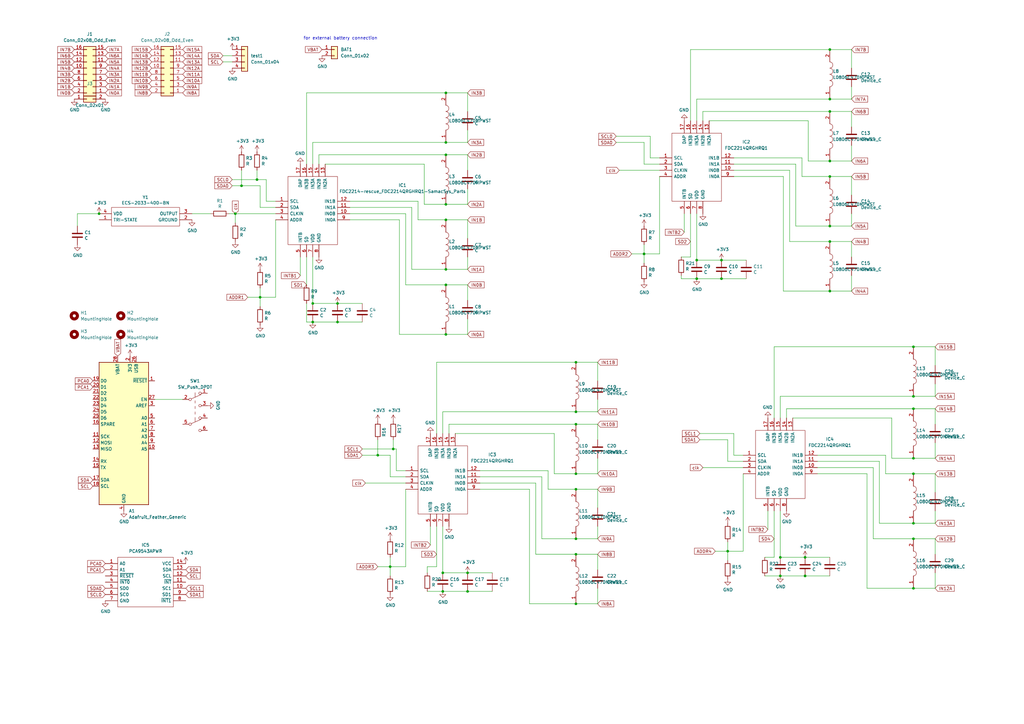
<source format=kicad_sch>
(kicad_sch (version 20211123) (generator eeschema)
  (paper "A3")
  (junction (at 374.65 194.31))
  (junction (at 106.68 121.92))
  (junction (at 285.75 114.3))
  (junction (at 99.06 76.2))
  (junction (at 320.04 236.22))
  (junction (at 298.45 226.06))
  (junction (at 374.65 162.56))
  (junction (at 236.22 148.59))
  (junction (at 340.36 72.39))
  (junction (at 182.88 63.5))
  (junction (at 236.22 247.65))
  (junction (at 182.88 110.49))
  (junction (at 128.27 124.46))
  (junction (at 154.94 186.69))
  (junction (at 340.36 45.72))
  (junction (at 138.43 124.46))
  (junction (at 340.36 119.38))
  (junction (at 374.65 220.98))
  (junction (at 330.2 228.6))
  (junction (at 374.65 241.3))
  (junction (at 236.22 194.31))
  (junction (at 236.22 220.98))
  (junction (at 160.02 232.41))
  (junction (at 340.36 99.06))
  (junction (at 374.65 142.24))
  (junction (at 295.91 106.68))
  (junction (at 330.2 236.22))
  (junction (at 181.61 242.57))
  (junction (at 182.88 116.84))
  (junction (at 128.27 132.08))
  (junction (at 40.64 87.63))
  (junction (at 236.22 227.33))
  (junction (at 105.41 73.66))
  (junction (at 161.29 184.15))
  (junction (at 182.88 38.1))
  (junction (at 236.22 173.99))
  (junction (at 138.43 132.08))
  (junction (at 182.88 90.17))
  (junction (at 285.75 106.68))
  (junction (at 182.88 58.42))
  (junction (at 340.36 66.04))
  (junction (at 191.77 242.57))
  (junction (at 96.52 87.63))
  (junction (at 374.65 167.64))
  (junction (at 191.77 234.95))
  (junction (at 236.22 168.91))
  (junction (at 295.91 114.3))
  (junction (at 374.65 187.96))
  (junction (at 374.65 214.63))
  (junction (at 320.04 228.6))
  (junction (at 236.22 200.66))
  (junction (at 340.36 20.32))
  (junction (at 182.88 137.16))
  (junction (at 340.36 40.64))
  (junction (at 340.36 92.71))
  (junction (at 181.61 234.95))
  (junction (at 264.16 104.14))
  (junction (at 182.88 83.82))
  (wire (pts (xy 349.25 92.71) (xy 349.25 87.63)))
  (wire (pts (xy 176.53 215.9) (xy 176.53 223.52)))
  (wire (pts (xy 270.51 72.39) (xy 270.51 104.14)))
  (wire (pts (xy 236.22 227.33) (xy 245.11 227.33)))
  (wire (pts (xy 287.02 180.34) (xy 298.45 180.34)))
  (wire (pts (xy 125.73 105.41) (xy 125.73 116.84)))
  (wire (pts (xy 186.69 177.8) (xy 227.33 177.8)))
  (wire (pts (xy 290.83 49.53) (xy 331.47 49.53)))
  (wire (pts (xy 182.88 116.84) (xy 191.77 116.84)))
  (wire (pts (xy 349.25 66.04) (xy 349.25 59.69)))
  (wire (pts (xy 340.36 40.64) (xy 349.25 40.64)))
  (wire (pts (xy 304.8 226.06) (xy 298.45 226.06)))
  (wire (pts (xy 331.47 66.04) (xy 340.36 66.04)))
  (wire (pts (xy 166.37 87.63) (xy 166.37 116.84)))
  (wire (pts (xy 113.03 90.17) (xy 113.03 121.92)))
  (wire (pts (xy 191.77 63.5) (xy 191.77 69.85)))
  (wire (pts (xy 288.29 49.53) (xy 288.29 45.72)))
  (wire (pts (xy 252.73 55.88) (xy 266.7 55.88)))
  (wire (pts (xy 166.37 232.41) (xy 160.02 232.41)))
  (wire (pts (xy 374.65 142.24) (xy 383.54 142.24)))
  (wire (pts (xy 264.16 100.33) (xy 264.16 104.14)))
  (wire (pts (xy 285.75 40.64) (xy 340.36 40.64)))
  (wire (pts (xy 322.58 171.45) (xy 322.58 167.64)))
  (wire (pts (xy 314.96 209.55) (xy 314.96 217.17)))
  (wire (pts (xy 300.99 67.31) (xy 326.39 67.31)))
  (wire (pts (xy 335.28 186.69) (xy 363.22 186.69)))
  (wire (pts (xy 365.76 171.45) (xy 365.76 187.96)))
  (wire (pts (xy 109.22 73.66) (xy 105.41 73.66)))
  (wire (pts (xy 179.07 177.8) (xy 179.07 148.59)))
  (wire (pts (xy 224.79 200.66) (xy 236.22 200.66)))
  (wire (pts (xy 171.45 90.17) (xy 182.88 90.17)))
  (wire (pts (xy 245.11 247.65) (xy 245.11 241.3)))
  (wire (pts (xy 123.19 105.41) (xy 123.19 113.03)))
  (wire (pts (xy 358.14 191.77) (xy 358.14 220.98)))
  (wire (pts (xy 340.36 45.72) (xy 349.25 45.72)))
  (wire (pts (xy 349.25 119.38) (xy 349.25 113.03)))
  (wire (pts (xy 279.4 105.41) (xy 283.21 105.41)))
  (wire (pts (xy 163.83 137.16) (xy 182.88 137.16)))
  (wire (pts (xy 321.31 119.38) (xy 340.36 119.38)))
  (wire (pts (xy 270.51 104.14) (xy 264.16 104.14)))
  (wire (pts (xy 300.99 72.39) (xy 321.31 72.39)))
  (wire (pts (xy 182.88 90.17) (xy 191.77 90.17)))
  (wire (pts (xy 106.68 125.73) (xy 106.68 121.92)))
  (wire (pts (xy 181.61 177.8) (xy 181.61 168.91)))
  (wire (pts (xy 323.85 69.85) (xy 323.85 99.06)))
  (wire (pts (xy 313.69 236.22) (xy 320.04 236.22)))
  (wire (pts (xy 143.51 87.63) (xy 166.37 87.63)))
  (wire (pts (xy 105.41 69.85) (xy 105.41 73.66)))
  (wire (pts (xy 128.27 58.42) (xy 182.88 58.42)))
  (wire (pts (xy 365.76 187.96) (xy 374.65 187.96)))
  (wire (pts (xy 171.45 82.55) (xy 171.45 90.17)))
  (wire (pts (xy 191.77 58.42) (xy 191.77 53.34)))
  (wire (pts (xy 182.88 110.49) (xy 191.77 110.49)))
  (wire (pts (xy 283.21 20.32) (xy 340.36 20.32)))
  (wire (pts (xy 173.99 67.31) (xy 173.99 83.82)))
  (wire (pts (xy 113.03 85.09) (xy 106.68 85.09)))
  (wire (pts (xy 236.22 168.91) (xy 245.11 168.91)))
  (wire (pts (xy 317.5 171.45) (xy 317.5 142.24)))
  (wire (pts (xy 182.88 58.42) (xy 191.77 58.42)))
  (wire (pts (xy 245.11 173.99) (xy 245.11 180.34)))
  (wire (pts (xy 227.33 194.31) (xy 236.22 194.31)))
  (wire (pts (xy 133.35 67.31) (xy 173.99 67.31)))
  (wire (pts (xy 113.03 82.55) (xy 109.22 82.55)))
  (wire (pts (xy 349.25 40.64) (xy 349.25 35.56)))
  (wire (pts (xy 31.75 92.71) (xy 31.75 87.63)))
  (wire (pts (xy 320.04 236.22) (xy 330.2 236.22)))
  (wire (pts (xy 191.77 116.84) (xy 191.77 123.19)))
  (wire (pts (xy 295.91 114.3) (xy 306.07 114.3)))
  (wire (pts (xy 217.17 247.65) (xy 236.22 247.65)))
  (wire (pts (xy 99.06 76.2) (xy 95.25 76.2)))
  (wire (pts (xy 306.07 106.68) (xy 295.91 106.68)))
  (wire (pts (xy 222.25 220.98) (xy 236.22 220.98)))
  (wire (pts (xy 349.25 99.06) (xy 349.25 105.41)))
  (wire (pts (xy 266.7 64.77) (xy 266.7 55.88)))
  (wire (pts (xy 160.02 232.41) (xy 154.94 232.41)))
  (wire (pts (xy 252.73 58.42) (xy 264.16 58.42)))
  (wire (pts (xy 328.93 64.77) (xy 328.93 72.39)))
  (wire (pts (xy 105.41 73.66) (xy 95.25 73.66)))
  (wire (pts (xy 245.11 148.59) (xy 245.11 156.21)))
  (wire (pts (xy 254 69.85) (xy 270.51 69.85)))
  (wire (pts (xy 313.69 228.6) (xy 317.5 228.6)))
  (wire (pts (xy 363.22 186.69) (xy 363.22 194.31)))
  (wire (pts (xy 162.56 193.04) (xy 162.56 184.15)))
  (wire (pts (xy 264.16 67.31) (xy 264.16 58.42)))
  (wire (pts (xy 86.36 87.63) (xy 78.74 87.63)))
  (wire (pts (xy 227.33 177.8) (xy 227.33 194.31)))
  (wire (pts (xy 283.21 49.53) (xy 283.21 20.32)))
  (wire (pts (xy 168.91 110.49) (xy 182.88 110.49)))
  (wire (pts (xy 322.58 167.64) (xy 374.65 167.64)))
  (wire (pts (xy 160.02 236.22) (xy 160.02 232.41)))
  (wire (pts (xy 181.61 215.9) (xy 181.61 234.95)))
  (wire (pts (xy 270.51 64.77) (xy 266.7 64.77)))
  (wire (pts (xy 222.25 195.58) (xy 222.25 220.98)))
  (wire (pts (xy 317.5 209.55) (xy 317.5 228.6)))
  (wire (pts (xy 168.91 85.09) (xy 168.91 110.49)))
  (wire (pts (xy 128.27 67.31) (xy 128.27 58.42)))
  (wire (pts (xy 236.22 220.98) (xy 245.11 220.98)))
  (wire (pts (xy 96.52 91.44) (xy 96.52 87.63)))
  (wire (pts (xy 166.37 195.58) (xy 160.02 195.58)))
  (wire (pts (xy 355.6 194.31) (xy 355.6 241.3)))
  (wire (pts (xy 326.39 92.71) (xy 340.36 92.71)))
  (wire (pts (xy 236.22 173.99) (xy 245.11 173.99)))
  (wire (pts (xy 236.22 148.59) (xy 245.11 148.59)))
  (wire (pts (xy 93.98 87.63) (xy 96.52 87.63)))
  (wire (pts (xy 383.54 142.24) (xy 383.54 149.86)))
  (wire (pts (xy 113.03 121.92) (xy 106.68 121.92)))
  (wire (pts (xy 288.29 191.77) (xy 304.8 191.77)))
  (wire (pts (xy 96.52 87.63) (xy 113.03 87.63)))
  (wire (pts (xy 321.31 72.39) (xy 321.31 119.38)))
  (wire (pts (xy 304.8 194.31) (xy 304.8 226.06)))
  (wire (pts (xy 288.29 45.72) (xy 340.36 45.72)))
  (wire (pts (xy 224.79 193.04) (xy 224.79 200.66)))
  (wire (pts (xy 160.02 195.58) (xy 160.02 186.69)))
  (wire (pts (xy 161.29 180.34) (xy 161.29 184.15)))
  (wire (pts (xy 236.22 194.31) (xy 245.11 194.31)))
  (wire (pts (xy 182.88 63.5) (xy 191.77 63.5)))
  (wire (pts (xy 285.75 49.53) (xy 285.75 40.64)))
  (wire (pts (xy 340.36 66.04) (xy 349.25 66.04)))
  (wire (pts (xy 99.06 69.85) (xy 99.06 76.2)))
  (wire (pts (xy 130.81 67.31) (xy 130.81 63.5)))
  (wire (pts (xy 130.81 63.5) (xy 182.88 63.5)))
  (wire (pts (xy 161.29 184.15) (xy 162.56 184.15)))
  (wire (pts (xy 173.99 83.82) (xy 182.88 83.82)))
  (wire (pts (xy 191.77 38.1) (xy 191.77 45.72)))
  (wire (pts (xy 374.65 214.63) (xy 383.54 214.63)))
  (wire (pts (xy 335.28 189.23) (xy 360.68 189.23)))
  (wire (pts (xy 236.22 200.66) (xy 245.11 200.66)))
  (wire (pts (xy 166.37 116.84) (xy 182.88 116.84)))
  (wire (pts (xy 191.77 234.95) (xy 181.61 234.95)))
  (wire (pts (xy 374.65 220.98) (xy 383.54 220.98)))
  (wire (pts (xy 181.61 242.57) (xy 191.77 242.57)))
  (wire (pts (xy 143.51 82.55) (xy 171.45 82.55)))
  (wire (pts (xy 285.75 87.63) (xy 285.75 106.68)))
  (wire (pts (xy 304.8 186.69) (xy 300.99 186.69)))
  (wire (pts (xy 287.02 177.8) (xy 300.99 177.8)))
  (wire (pts (xy 383.54 241.3) (xy 383.54 234.95)))
  (wire (pts (xy 245.11 208.28) (xy 245.11 200.66)))
  (wire (pts (xy 128.27 105.41) (xy 128.27 124.46)))
  (wire (pts (xy 143.51 90.17) (xy 163.83 90.17)))
  (wire (pts (xy 340.36 72.39) (xy 349.25 72.39)))
  (wire (pts (xy 219.71 198.12) (xy 219.71 227.33)))
  (wire (pts (xy 191.77 242.57) (xy 201.93 242.57)))
  (wire (pts (xy 219.71 227.33) (xy 236.22 227.33)))
  (wire (pts (xy 125.73 124.46) (xy 125.73 132.08)))
  (wire (pts (xy 149.86 198.12) (xy 166.37 198.12)))
  (wire (pts (xy 179.07 215.9) (xy 179.07 232.41)))
  (wire (pts (xy 335.28 191.77) (xy 358.14 191.77)))
  (wire (pts (xy 179.07 148.59) (xy 236.22 148.59)))
  (wire (pts (xy 304.8 189.23) (xy 298.45 189.23)))
  (wire (pts (xy 106.68 76.2) (xy 99.06 76.2)))
  (wire (pts (xy 191.77 83.82) (xy 191.77 77.47)))
  (wire (pts (xy 143.51 85.09) (xy 168.91 85.09)))
  (wire (pts (xy 349.25 80.01) (xy 349.25 72.39)))
  (wire (pts (xy 298.45 229.87) (xy 298.45 226.06)))
  (wire (pts (xy 320.04 209.55) (xy 320.04 228.6)))
  (wire (pts (xy 125.73 67.31) (xy 125.73 38.1)))
  (wire (pts (xy 323.85 99.06) (xy 340.36 99.06)))
  (wire (pts (xy 360.68 189.23) (xy 360.68 214.63)))
  (wire (pts (xy 330.2 228.6) (xy 320.04 228.6)))
  (wire (pts (xy 63.5 163.83) (xy 74.93 163.83)))
  (wire (pts (xy 154.94 180.34) (xy 154.94 186.69)))
  (wire (pts (xy 191.77 110.49) (xy 191.77 105.41)))
  (wire (pts (xy 106.68 121.92) (xy 101.6 121.92)))
  (wire (pts (xy 340.36 92.71) (xy 349.25 92.71)))
  (wire (pts (xy 320.04 162.56) (xy 374.65 162.56)))
  (wire (pts (xy 374.65 167.64) (xy 383.54 167.64)))
  (wire (pts (xy 280.67 87.63) (xy 280.67 95.25)))
  (wire (pts (xy 360.68 214.63) (xy 374.65 214.63)))
  (wire (pts (xy 383.54 220.98) (xy 383.54 227.33)))
  (wire (pts (xy 217.17 200.66) (xy 217.17 247.65)))
  (wire (pts (xy 191.77 137.16) (xy 191.77 130.81)))
  (wire (pts (xy 300.99 186.69) (xy 300.99 177.8)))
  (wire (pts (xy 298.45 189.23) (xy 298.45 180.34)))
  (wire (pts (xy 383.54 187.96) (xy 383.54 181.61)))
  (wire (pts (xy 279.4 113.03) (xy 279.4 114.3)))
  (wire (pts (xy 270.51 67.31) (xy 264.16 67.31)))
  (wire (pts (xy 300.99 64.77) (xy 328.93 64.77)))
  (wire (pts (xy 125.73 38.1) (xy 182.88 38.1)))
  (wire (pts (xy 383.54 167.64) (xy 383.54 173.99)))
  (wire (pts (xy 184.15 173.99) (xy 236.22 173.99)))
  (wire (pts (xy 335.28 194.31) (xy 355.6 194.31)))
  (wire (pts (xy 245.11 227.33) (xy 245.11 233.68)))
  (wire (pts (xy 95.25 25.4) (xy 91.44 25.4)))
  (wire (pts (xy 184.15 177.8) (xy 184.15 173.99)))
  (wire (pts (xy 264.16 107.95) (xy 264.16 104.14)))
  (wire (pts (xy 340.36 20.32) (xy 349.25 20.32)))
  (wire (pts (xy 196.85 198.12) (xy 219.71 198.12)))
  (wire (pts (xy 106.68 85.09) (xy 106.68 76.2)))
  (wire (pts (xy 320.04 171.45) (xy 320.04 162.56)))
  (wire (pts (xy 340.36 228.6) (xy 330.2 228.6)))
  (wire (pts (xy 330.2 236.22) (xy 340.36 236.22)))
  (wire (pts (xy 182.88 83.82) (xy 191.77 83.82)))
  (wire (pts (xy 109.22 82.55) (xy 109.22 73.66)))
  (wire (pts (xy 349.25 20.32) (xy 349.25 27.94)))
  (wire (pts (xy 181.61 168.91) (xy 236.22 168.91)))
  (wire (pts (xy 125.73 132.08) (xy 128.27 132.08)))
  (wire (pts (xy 166.37 193.04) (xy 162.56 193.04)))
  (wire (pts (xy 264.16 104.14) (xy 259.08 104.14)))
  (wire (pts (xy 138.43 132.08) (xy 148.59 132.08)))
  (wire (pts (xy 196.85 193.04) (xy 224.79 193.04)))
  (wire (pts (xy 328.93 72.39) (xy 340.36 72.39)))
  (wire (pts (xy 148.59 124.46) (xy 138.43 124.46)))
  (wire (pts (xy 285.75 114.3) (xy 295.91 114.3)))
  (wire (pts (xy 326.39 67.31) (xy 326.39 92.71)))
  (wire (pts (xy 138.43 124.46) (xy 128.27 124.46)))
  (wire (pts (xy 182.88 38.1) (xy 191.77 38.1)))
  (wire (pts (xy 182.88 137.16) (xy 191.77 137.16)))
  (wire (pts (xy 340.36 99.06) (xy 349.25 99.06)))
  (wire (pts (xy 383.54 201.93) (xy 383.54 194.31)))
  (wire (pts (xy 325.12 171.45) (xy 365.76 171.45)))
  (wire (pts (xy 374.65 162.56) (xy 383.54 162.56)))
  (wire (pts (xy 175.26 234.95) (xy 175.26 232.41)))
  (wire (pts (xy 374.65 241.3) (xy 383.54 241.3)))
  (wire (pts (xy 374.65 187.96) (xy 383.54 187.96)))
  (wire (pts (xy 355.6 241.3) (xy 374.65 241.3)))
  (wire (pts (xy 245.11 194.31) (xy 245.11 187.96)))
  (wire (pts (xy 236.22 247.65) (xy 245.11 247.65)))
  (wire (pts (xy 175.26 232.41) (xy 179.07 232.41)))
  (wire (pts (xy 128.27 132.08) (xy 138.43 132.08)))
  (wire (pts (xy 106.68 118.11) (xy 106.68 121.92)))
  (wire (pts (xy 95.25 22.86) (xy 91.44 22.86)))
  (wire (pts (xy 298.45 222.25) (xy 298.45 226.06)))
  (wire (pts (xy 196.85 200.66) (xy 217.17 200.66)))
  (wire (pts (xy 363.22 194.31) (xy 374.65 194.31)))
  (wire (pts (xy 374.65 194.31) (xy 383.54 194.31)))
  (wire (pts (xy 340.36 119.38) (xy 349.25 119.38)))
  (wire (pts (xy 358.14 220.98) (xy 374.65 220.98)))
  (wire (pts (xy 201.93 234.95) (xy 191.77 234.95)))
  (wire (pts (xy 383.54 162.56) (xy 383.54 157.48)))
  (wire (pts (xy 283.21 87.63) (xy 283.21 105.41)))
  (wire (pts (xy 163.83 90.17) (xy 163.83 137.16)))
  (wire (pts (xy 160.02 228.6) (xy 160.02 232.41)))
  (wire (pts (xy 295.91 106.68) (xy 285.75 106.68)))
  (wire (pts (xy 31.75 87.63) (xy 40.64 87.63)))
  (wire (pts (xy 175.26 242.57) (xy 181.61 242.57)))
  (wire (pts (xy 279.4 114.3) (xy 285.75 114.3)))
  (wire (pts (xy 191.77 97.79) (xy 191.77 90.17)))
  (wire (pts (xy 245.11 220.98) (xy 245.11 215.9)))
  (wire (pts (xy 154.94 186.69) (xy 160.02 186.69)))
  (wire (pts (xy 196.85 195.58) (xy 222.25 195.58)))
  (wire (pts (xy 148.59 184.15) (xy 161.29 184.15)))
  (wire (pts (xy 245.11 168.91) (xy 245.11 163.83)))
  (wire (pts (xy 300.99 69.85) (xy 323.85 69.85)))
  (wire (pts (xy 331.47 49.53) (xy 331.47 66.04)))
  (wire (pts (xy 317.5 142.24) (xy 374.65 142.24)))
  (wire (pts (xy 166.37 200.66) (xy 166.37 232.41)))
  (wire (pts (xy 148.59 186.69) (xy 154.94 186.69)))
  (wire (pts (xy 298.45 226.06) (xy 293.37 226.06)))
  (wire (pts (xy 349.25 45.72) (xy 349.25 52.07)))
  (wire (pts (xy 383.54 214.63) (xy 383.54 209.55)))
  (text "for external battery connection" (at 124.46 16.51 0) (effects (font (size 1.27 1.27)) (justify left bottom)))
  (global_label "IN8B" (shape input) (at 245.11 227.33 0) (property "Intersheet References" "${INTERSHEET_REFS}" (effects hide)))
  (global_label "clk" (shape input) (at 254 69.85 180) (property "Intersheet References" "${INTERSHEET_REFS}" (effects hide)))
  (global_label "SDA1" (shape input) (at 287.02 180.34 180) (property "Intersheet References" "${INTERSHEET_REFS}" (effects hide)))
  (global_label "PCA1" (shape input) (at 43.18 233.68 180) (property "Intersheet References" "${INTERSHEET_REFS}" (effects hide)))
  (global_label "IN14A" (shape input) (at 74.93 22.86 0) (property "Intersheet References" "${INTERSHEET_REFS}" (effects hide)))
  (global_label "clk" (shape input) (at 149.86 198.12 180) (property "Intersheet References" "${INTERSHEET_REFS}" (effects hide)))
  (global_label "SCL1" (shape input) (at 76.2 241.3 0) (property "Intersheet References" "${INTERSHEET_REFS}" (effects hide)))
  (global_label "IN1B" (shape input) (at 191.77 90.17 0) (property "Intersheet References" "${INTERSHEET_REFS}" (effects hide)))
  (global_label "IN11A" (shape input) (at 245.11 168.91 0) (property "Intersheet References" "${INTERSHEET_REFS}" (effects hide)))
  (global_label "PCA0" (shape input) (at 43.18 231.14 180) (property "Intersheet References" "${INTERSHEET_REFS}" (effects hide)))
  (global_label "IN9A" (shape input) (at 245.11 220.98 0) (property "Intersheet References" "${INTERSHEET_REFS}" (effects hide)))
  (global_label "INTB1" (shape input) (at 123.19 113.03 180) (property "Intersheet References" "${INTERSHEET_REFS}" (effects hide)))
  (global_label "SD2" (shape input) (at 283.21 99.06 180) (property "Intersheet References" "${INTERSHEET_REFS}" (effects hide)))
  (global_label "IN6A" (shape input) (at 43.18 22.86 0) (property "Intersheet References" "${INTERSHEET_REFS}" (effects hide)))
  (global_label "IN2B" (shape input) (at 191.77 63.5 0) (property "Intersheet References" "${INTERSHEET_REFS}" (effects hide)))
  (global_label "IN3B" (shape input) (at 191.77 38.1 0) (property "Intersheet References" "${INTERSHEET_REFS}" (effects hide)))
  (global_label "SDA" (shape input) (at 76.2 233.68 0) (property "Intersheet References" "${INTERSHEET_REFS}" (effects hide)))
  (global_label "IN3B" (shape input) (at 30.48 30.48 180) (property "Intersheet References" "${INTERSHEET_REFS}" (effects hide)))
  (global_label "SDA1" (shape input) (at 76.2 243.84 0) (property "Intersheet References" "${INTERSHEET_REFS}" (effects hide)))
  (global_label "IN5A" (shape input) (at 43.18 25.4 0) (property "Intersheet References" "${INTERSHEET_REFS}" (effects hide)))
  (global_label "IN4B" (shape input) (at 30.48 27.94 180) (property "Intersheet References" "${INTERSHEET_REFS}" (effects hide)))
  (global_label "IN12B" (shape input) (at 383.54 220.98 0) (property "Intersheet References" "${INTERSHEET_REFS}" (effects hide)))
  (global_label "IN7B" (shape input) (at 349.25 20.32 0) (property "Intersheet References" "${INTERSHEET_REFS}" (effects hide)))
  (global_label "IN4B" (shape input) (at 349.25 99.06 0) (property "Intersheet References" "${INTERSHEET_REFS}" (effects hide)))
  (global_label "IN14A" (shape input) (at 383.54 187.96 0) (property "Intersheet References" "${INTERSHEET_REFS}" (effects hide)))
  (global_label "IN7B" (shape input) (at 30.48 20.32 180) (property "Intersheet References" "${INTERSHEET_REFS}" (effects hide)))
  (global_label "SDA" (shape input) (at 91.44 22.86 180) (property "Intersheet References" "${INTERSHEET_REFS}" (effects hide)))
  (global_label "IN0A" (shape input) (at 43.18 38.1 0) (property "Intersheet References" "${INTERSHEET_REFS}" (effects hide)))
  (global_label "IN3A" (shape input) (at 43.18 30.48 0) (property "Intersheet References" "${INTERSHEET_REFS}" (effects hide)))
  (global_label "IN13B" (shape input) (at 383.54 194.31 0) (property "Intersheet References" "${INTERSHEET_REFS}" (effects hide)))
  (global_label "ADDR4" (shape input) (at 293.37 226.06 180) (property "Intersheet References" "${INTERSHEET_REFS}" (effects hide)))
  (global_label "IN2A" (shape input) (at 43.18 33.02 0) (property "Intersheet References" "${INTERSHEET_REFS}" (effects hide)))
  (global_label "SCL0" (shape input) (at 95.25 73.66 180) (property "Intersheet References" "${INTERSHEET_REFS}" (effects hide)))
  (global_label "SCL0" (shape input) (at 252.73 55.88 180) (property "Intersheet References" "${INTERSHEET_REFS}" (effects hide)))
  (global_label "IN10A" (shape input) (at 74.93 33.02 0) (property "Intersheet References" "${INTERSHEET_REFS}" (effects hide)))
  (global_label "IN15A" (shape input) (at 74.93 20.32 0) (property "Intersheet References" "${INTERSHEET_REFS}" (effects hide)))
  (global_label "IN9B" (shape input) (at 62.23 35.56 180) (property "Intersheet References" "${INTERSHEET_REFS}" (effects hide)))
  (global_label "IN3A" (shape input) (at 191.77 58.42 0) (property "Intersheet References" "${INTERSHEET_REFS}" (effects hide)))
  (global_label "clk" (shape input) (at 96.52 87.63 90) (property "Intersheet References" "${INTERSHEET_REFS}" (effects hide)))
  (global_label "SD1" (shape input) (at 125.73 116.84 180) (property "Intersheet References" "${INTERSHEET_REFS}" (effects hide)))
  (global_label "ADDR1" (shape input) (at 101.6 121.92 180) (property "Intersheet References" "${INTERSHEET_REFS}" (effects hide)))
  (global_label "IN5A" (shape input) (at 349.25 92.71 0) (property "Intersheet References" "${INTERSHEET_REFS}" (effects hide)))
  (global_label "IN12A" (shape input) (at 383.54 241.3 0) (property "Intersheet References" "${INTERSHEET_REFS}" (effects hide)))
  (global_label "PCA1" (shape input) (at 38.1 158.75 180) (property "Intersheet References" "${INTERSHEET_REFS}" (effects hide)))
  (global_label "IN4A" (shape input) (at 349.25 119.38 0) (property "Intersheet References" "${INTERSHEET_REFS}" (effects hide)))
  (global_label "IN0A" (shape input) (at 191.77 137.16 0) (property "Intersheet References" "${INTERSHEET_REFS}" (effects hide)))
  (global_label "SD4" (shape input) (at 317.5 220.98 180) (property "Intersheet References" "${INTERSHEET_REFS}" (effects hide)))
  (global_label "SDA1" (shape input) (at 148.59 186.69 180) (property "Intersheet References" "${INTERSHEET_REFS}" (effects hide)))
  (global_label "IN15A" (shape input) (at 383.54 162.56 0) (property "Intersheet References" "${INTERSHEET_REFS}" (effects hide)))
  (global_label "SDA" (shape input) (at 38.1 196.85 180) (property "Intersheet References" "${INTERSHEET_REFS}" (effects hide)))
  (global_label "IN12B" (shape input) (at 62.23 27.94 180) (property "Intersheet References" "${INTERSHEET_REFS}" (effects hide)))
  (global_label "SDA0" (shape input) (at 95.25 76.2 180) (property "Intersheet References" "${INTERSHEET_REFS}" (effects hide)))
  (global_label "SCL" (shape input) (at 91.44 25.4 180) (property "Intersheet References" "${INTERSHEET_REFS}" (effects hide)))
  (global_label "IN1A" (shape input) (at 43.18 35.56 0) (property "Intersheet References" "${INTERSHEET_REFS}" (effects hide)))
  (global_label "SCL" (shape input) (at 76.2 236.22 0) (property "Intersheet References" "${INTERSHEET_REFS}" (effects hide)))
  (global_label "IN15B" (shape input) (at 62.23 20.32 180) (property "Intersheet References" "${INTERSHEET_REFS}" (effects hide)))
  (global_label "SDA0" (shape input) (at 252.73 58.42 180) (property "Intersheet References" "${INTERSHEET_REFS}" (effects hide)))
  (global_label "IN6B" (shape input) (at 30.48 22.86 180) (property "Intersheet References" "${INTERSHEET_REFS}" (effects hide)))
  (global_label "IN11A" (shape input) (at 74.93 30.48 0) (property "Intersheet References" "${INTERSHEET_REFS}" (effects hide)))
  (global_label "IN8B" (shape input) (at 62.23 38.1 180) (property "Intersheet References" "${INTERSHEET_REFS}" (effects hide)))
  (global_label "IN7A" (shape input) (at 43.18 20.32 0) (property "Intersheet References" "${INTERSHEET_REFS}" (effects hide)))
  (global_label "IN13A" (shape input) (at 74.93 25.4 0) (property "Intersheet References" "${INTERSHEET_REFS}" (effects hide)))
  (global_label "IN14B" (shape input) (at 62.23 22.86 180) (property "Intersheet References" "${INTERSHEET_REFS}" (effects hide)))
  (global_label "IN1A" (shape input) (at 191.77 110.49 0) (property "Intersheet References" "${INTERSHEET_REFS}" (effects hide)))
  (global_label "clk" (shape input) (at 288.29 191.77 180) (property "Intersheet References" "${INTERSHEET_REFS}" (effects hide)))
  (global_label "IN10B" (shape input) (at 62.23 33.02 180) (property "Intersheet References" "${INTERSHEET_REFS}" (effects hide)))
  (global_label "IN13B" (shape input) (at 62.23 25.4 180) (property "Intersheet References" "${INTERSHEET_REFS}" (effects hide)))
  (global_label "IN9A" (shape input) (at 74.93 35.56 0) (property "Intersheet References" "${INTERSHEET_REFS}" (effects hide)))
  (global_label "VBAT" (shape input) (at 48.26 146.05 90) (property "Intersheet References" "${INTERSHEET_REFS}" (effects hide)))
  (global_label "IN15B" (shape input) (at 383.54 142.24 0) (property "Intersheet References" "${INTERSHEET_REFS}" (effects hide)))
  (global_label "SCL" (shape input) (at 38.1 199.39 180) (property "Intersheet References" "${INTERSHEET_REFS}" (effects hide)))
  (global_label "INTB2" (shape input) (at 314.96 217.17 180) (property "Intersheet References" "${INTERSHEET_REFS}" (effects hide)))
  (global_label "IN5B" (shape input) (at 349.25 72.39 0) (property "Intersheet References" "${INTERSHEET_REFS}" (effects hide)))
  (global_label "IN6A" (shape input) (at 349.25 66.04 0) (property "Intersheet References" "${INTERSHEET_REFS}" (effects hide)))
  (global_label "SCL1" (shape input) (at 287.02 177.8 180) (property "Intersheet References" "${INTERSHEET_REFS}" (effects hide)))
  (global_label "IN7A" (shape input) (at 349.25 40.64 0) (property "Intersheet References" "${INTERSHEET_REFS}" (effects hide)))
  (global_label "IN2B" (shape input) (at 30.48 33.02 180) (property "Intersheet References" "${INTERSHEET_REFS}" (effects hide)))
  (global_label "IN8A" (shape input) (at 245.11 247.65 0) (property "Intersheet References" "${INTERSHEET_REFS}" (effects hide)))
  (global_label "IN9B" (shape input) (at 245.11 200.66 0) (property "Intersheet References" "${INTERSHEET_REFS}" (effects hide)))
  (global_label "IN0B" (shape input) (at 30.48 38.1 180) (property "Intersheet References" "${INTERSHEET_REFS}" (effects hide)))
  (global_label "IN4A" (shape input) (at 43.18 27.94 0) (property "Intersheet References" "${INTERSHEET_REFS}" (effects hide)))
  (global_label "IN2A" (shape input) (at 191.77 83.82 0) (property "Intersheet References" "${INTERSHEET_REFS}" (effects hide)))
  (global_label "IN0B" (shape input) (at 191.77 116.84 0) (property "Intersheet References" "${INTERSHEET_REFS}" (effects hide)))
  (global_label "INTB2" (shape input) (at 176.53 223.52 180) (property "Intersheet References" "${INTERSHEET_REFS}" (effects hide)))
  (global_label "IN6B" (shape input) (at 349.25 45.72 0) (property "Intersheet References" "${INTERSHEET_REFS}" (effects hide)))
  (global_label "IN10A" (shape input) (at 245.11 194.31 0) (property "Intersheet References" "${INTERSHEET_REFS}" (effects hide)))
  (global_label "IN10B" (shape input) (at 245.11 173.99 0) (property "Intersheet References" "${INTERSHEET_REFS}" (effects hide)))
  (global_label "SCL1" (shape input) (at 148.59 184.15 180) (property "Intersheet References" "${INTERSHEET_REFS}" (effects hide)))
  (global_label "IN13A" (shape input) (at 383.54 214.63 0) (property "Intersheet References" "${INTERSHEET_REFS}" (effects hide)))
  (global_label "IN1B" (shape input) (at 30.48 35.56 180) (property "Intersheet References" "${INTERSHEET_REFS}" (effects hide)))
  (global_label "IN8A" (shape input) (at 74.93 38.1 0) (property "Intersheet References" "${INTERSHEET_REFS}" (effects hide)))
  (global_label "VBAT" (shape input) (at 132.08 20.32 180) (property "Intersheet References" "${INTERSHEET_REFS}" (effects hide)))
  (global_label "IN11B" (shape input) (at 245.11 148.59 0) (property "Intersheet References" "${INTERSHEET_REFS}" (effects hide)))
  (global_label "IN14B" (shape input) (at 383.54 167.64 0) (property "Intersheet References" "${INTERSHEET_REFS}" (effects hide)))
  (global_label "ADDR2" (shape input) (at 259.08 104.14 180) (property "Intersheet References" "${INTERSHEET_REFS}" (effects hide)))
  (global_label "INTB2" (shape input) (at 280.67 95.25 180) (property "Intersheet References" "${INTERSHEET_REFS}" (effects hide)))
  (global_label "SDA0" (shape input) (at 43.18 241.3 180) (property "Intersheet References" "${INTERSHEET_REFS}" (effects hide)))
  (global_label "IN11B" (shape input) (at 62.23 30.48 180) (property "Intersheet References" "${INTERSHEET_REFS}" (effects hide)))
  (global_label "IN12A" (shape input) (at 74.93 27.94 0) (property "Intersheet References" "${INTERSHEET_REFS}" (effects hide)))
  (global_label "ADDR3" (shape input) (at 154.94 232.41 180) (property "Intersheet References" "${INTERSHEET_REFS}" (effects hide)))
  (global_label "PCA0" (shape input) (at 38.1 156.21 180) (property "Intersheet References" "${INTERSHEET_REFS}" (effects hide)))
  (global_label "SD3" (shape input) (at 179.07 227.33 180) (property "Intersheet References" "${INTERSHEET_REFS}" (effects hide)))
  (global_label "SCL0" (shape input) (at 43.18 243.84 180) (property "Intersheet References" "${INTERSHEET_REFS}" (effects hide)))
  (global_label "IN5B" (shape input) (at 30.48 25.4 180) (property "Intersheet References" "${INTERSHEET_REFS}" (effects hide)))
  (symbol (lib_id "FDC2214:FDC2214-rescue_ECS-2033-400-BN-SamacSys_Parts") (at 40.64 87.63 0) (unit 1)
    (property "Reference" "Y1" (at 59.69 80.899 0))
    (property "Value" "ECS-2033-400-BN" (at 59.69 83.2104 0))
    (property "Footprint" "ECS2033400BN" (effects hide))
    (property "Datasheet" "http://www.ecsxtal.com/store/pdf/ecs-2025-2033.pdf" (effects hide))
    (property "Description" "OSC XO 40.000MHZ HCMOS SMD" (effects hide))
    (property "Height" "1" (effects hide))
    (property "Mouser Part Number" "520-2033-400-BN" (effects hide))
    (property "Mouser Price/Stock" "https://www.mouser.co.uk/ProductDetail/ECS/ECS-2033-400-BN?qs=94V4QatVK%252BeDb45AbA6EJA%3D%3D" (effects hide))
    (property "Manufacturer_Name" "ECS" (effects hide))
    (property "Manufacturer_Part_Number" "ECS-2033-400-BN" (effects hide))
  )
  (symbol (lib_id "Device:C") (at 31.75 96.52 0) (unit 1)
    (property "Reference" "C1" (at 34.671 95.3516 0) (effects (justify left)))
    (property "Value" "C" (at 34.671 97.663 0) (effects (justify left)))
    (property "Footprint" "Capacitor_SMD:C_0603_1608Metric" (effects hide))
  )
  (symbol (lib_id "power:+3.3V") (at 40.64 87.63 0) (unit 1)
    (property "Reference" "#PWR0106" (effects hide))
    (property "Value" "+3.3V" (at 41.021 83.2358 0))
  )
  (symbol (lib_id "power:GND") (at 78.74 90.17 0) (unit 1)
    (property "Reference" "#PWR0116" (effects hide))
    (property "Value" "GND" (at 78.867 94.5642 0))
  )
  (symbol (lib_id "power:GND") (at 31.75 100.33 0) (unit 1)
    (property "Reference" "#PWR0115" (effects hide))
    (property "Value" "GND" (at 31.877 104.7242 0))
  )
  (symbol (lib_id "Device:R") (at 96.52 95.25 0) (unit 1)
    (property "Reference" "R2" (at 98.298 94.0816 0) (effects (justify left)))
    (property "Value" "R" (at 98.298 96.393 0) (effects (justify left)))
    (property "Footprint" "Resistor_SMD:R_0603_1608Metric_Pad0.98x0.95mm_HandSolder" (effects hide))
  )
  (symbol (lib_id "Device:R") (at 90.17 87.63 90) (unit 1)
    (property "Reference" "R1" (at 90.17 82.3722 90))
    (property "Value" "R" (at 90.17 84.6836 90))
    (property "Footprint" "Resistor_SMD:R_0603_1608Metric_Pad0.98x0.95mm_HandSolder" (effects hide))
  )
  (symbol (lib_id "power:GND") (at 96.52 99.06 0) (unit 1)
    (property "Reference" "#PWR0114" (effects hide))
    (property "Value" "GND" (at 96.647 103.4542 0))
  )
  (symbol (lib_id "Device:R") (at 106.68 114.3 0) (unit 1)
    (property "Reference" "R5" (at 108.458 113.1316 0) (effects (justify left)))
    (property "Value" "R" (at 108.458 115.443 0) (effects (justify left)))
    (property "Footprint" "Resistor_SMD:R_0603_1608Metric_Pad0.98x0.95mm_HandSolder" (effects hide))
  )
  (symbol (lib_id "Device:R") (at 106.68 129.54 0) (unit 1)
    (property "Reference" "R6" (at 108.458 128.3716 0) (effects (justify left)))
    (property "Value" "R" (at 108.458 130.683 0) (effects (justify left)))
    (property "Footprint" "Resistor_SMD:R_0603_1608Metric_Pad0.98x0.95mm_HandSolder" (effects hide))
  )
  (symbol (lib_id "power:GND") (at 106.68 133.35 0) (unit 1)
    (property "Reference" "#PWR0110" (effects hide))
    (property "Value" "GND" (at 106.807 137.7442 0))
  )
  (symbol (lib_id "power:+3.3V") (at 106.68 110.49 0) (unit 1)
    (property "Reference" "#PWR0111" (effects hide))
    (property "Value" "+3.3V" (at 107.061 106.0958 0))
  )
  (symbol (lib_id "Device:R") (at 99.06 66.04 0) (unit 1)
    (property "Reference" "R3" (at 100.838 64.8716 0) (effects (justify left)))
    (property "Value" "R" (at 100.838 67.183 0) (effects (justify left)))
    (property "Footprint" "Resistor_SMD:R_0603_1608Metric_Pad0.98x0.95mm_HandSolder" (effects hide))
  )
  (symbol (lib_id "Device:R") (at 105.41 66.04 0) (unit 1)
    (property "Reference" "R4" (at 107.188 64.8716 0) (effects (justify left)))
    (property "Value" "R" (at 107.188 67.183 0) (effects (justify left)))
    (property "Footprint" "Resistor_SMD:R_0603_1608Metric_Pad0.98x0.95mm_HandSolder" (effects hide))
  )
  (symbol (lib_id "power:+3.3V") (at 99.06 62.23 0) (unit 1)
    (property "Reference" "#PWR0108" (effects hide))
    (property "Value" "+3.3V" (at 99.441 57.8358 0))
  )
  (symbol (lib_id "power:+3.3V") (at 105.41 62.23 0) (unit 1)
    (property "Reference" "#PWR0107" (effects hide))
    (property "Value" "+3.3V" (at 105.791 57.8358 0))
  )
  (symbol (lib_id "power:GND") (at 130.81 105.41 0) (unit 1)
    (property "Reference" "#PWR0117" (effects hide))
    (property "Value" "GND" (at 130.937 109.8042 0))
  )
  (symbol (lib_id "Device:C") (at 128.27 128.27 0) (unit 1)
    (property "Reference" "C2" (at 131.191 127.1016 0) (effects (justify left)))
    (property "Value" "C" (at 131.191 129.413 0) (effects (justify left)))
    (property "Footprint" "Capacitor_SMD:C_0603_1608Metric" (effects hide))
  )
  (symbol (lib_id "Device:C") (at 138.43 128.27 0) (unit 1)
    (property "Reference" "C3" (at 141.351 127.1016 0) (effects (justify left)))
    (property "Value" "C" (at 141.351 129.413 0) (effects (justify left)))
    (property "Footprint" "Capacitor_SMD:C_0603_1608Metric" (effects hide))
  )
  (symbol (lib_id "Device:C") (at 148.59 128.27 0) (unit 1)
    (property "Reference" "C4" (at 151.511 127.1016 0) (effects (justify left)))
    (property "Value" "C" (at 151.511 129.413 0) (effects (justify left)))
    (property "Footprint" "Capacitor_SMD:C_0603_1608Metric" (effects hide))
  )
  (symbol (lib_id "power:GND") (at 128.27 132.08 0) (unit 1)
    (property "Reference" "#PWR0118" (effects hide))
    (property "Value" "GND" (at 128.397 136.4742 0))
  )
  (symbol (lib_id "power:GND") (at 123.19 67.31 180) (unit 1)
    (property "Reference" "#PWR0101" (effects hide))
    (property "Value" "GND" (at 123.063 62.9158 0))
  )
  (symbol (lib_id "Device:C") (at 191.77 49.53 0) (unit 1)
    (property "Reference" "C5" (at 194.691 48.3616 0) (effects (justify left)))
    (property "Value" "C" (at 194.691 50.673 0) (effects (justify left)))
    (property "Footprint" "Capacitor_SMD:C_0603_1608Metric" (effects hide))
  )
  (symbol (lib_id "Device:C") (at 191.77 73.66 0) (unit 1)
    (property "Reference" "C6" (at 194.691 72.4916 0) (effects (justify left)))
    (property "Value" "C" (at 194.691 74.803 0) (effects (justify left)))
    (property "Footprint" "Capacitor_SMD:C_0603_1608Metric" (effects hide))
  )
  (symbol (lib_id "Device:C") (at 191.77 101.6 0) (unit 1)
    (property "Reference" "C7" (at 194.691 100.4316 0) (effects (justify left)))
    (property "Value" "C" (at 194.691 102.743 0) (effects (justify left)))
    (property "Footprint" "Capacitor_SMD:C_0603_1608Metric" (effects hide))
  )
  (symbol (lib_id "Device:C") (at 191.77 127 0) (unit 1)
    (property "Reference" "C8" (at 194.691 125.8316 0) (effects (justify left)))
    (property "Value" "C" (at 194.691 128.143 0) (effects (justify left)))
    (property "Footprint" "Capacitor_SMD:C_0603_1608Metric" (effects hide))
  )
  (symbol (lib_id "power:GND") (at 50.8 209.55 0) (unit 1)
    (property "Reference" "#PWR0113" (effects hide))
    (property "Value" "GND" (at 50.927 213.9442 0))
  )
  (symbol (lib_id "power:+3.3V") (at 53.34 146.05 0) (unit 1)
    (property "Reference" "#PWR0112" (effects hide))
    (property "Value" "+3.3V" (at 53.721 141.6558 0))
  )
  (symbol (lib_id "power:GND") (at 95.25 27.94 0) (unit 1)
    (property "Reference" "#PWR0120" (effects hide))
    (property "Value" "GND" (at 95.377 32.3342 0))
  )
  (symbol (lib_id "Mechanical:MountingHole") (at 30.48 137.16 0) (unit 1)
    (property "Reference" "H3" (at 33.02 135.8899 0) (effects (justify left)))
    (property "Value" "MountingHole" (at 33.02 138.4299 0) (effects (justify left)))
    (property "Footprint" "MountingHole:MountingHole_2.7mm_M2.5" (effects hide))
  )
  (symbol (lib_id "SamacSys:L0806C470MPWST") (at 374.65 241.3 90) (unit 1)
    (property "Reference" "L16" (at 375.92 229.8699 90) (effects (justify right)))
    (property "Value" "L0806C470MPWST" (at 375.92 232.4099 90) (effects (justify right)))
    (property "Footprint" "INDC2018X180N" (effects hide))
    (property "Datasheet" "https://www.mouser.de/datasheet/2/212/1/KEM_L9017_L_SWS-2400668.pdf" (effects hide))
    (property "Description" "Fixed Inductors 0806 18uH 5% 150mA" (effects hide))
    (property "Height" "1.8" (effects hide))
    (property "Manufacturer_Name" "KEMET" (effects hide))
    (property "Manufacturer_Part_Number" "L0806C470MPWST" (effects hide))
  )
  (symbol (lib_id "power:GND") (at 288.29 87.63 0) (unit 1)
    (property "Reference" "#PWR0102" (effects hide))
    (property "Value" "GND" (at 288.417 92.0242 0))
  )
  (symbol (lib_id "power:GND") (at 320.04 236.22 0) (unit 1)
    (property "Reference" "#PWR0131" (effects hide))
    (property "Value" "GND" (at 320.167 240.6142 0))
  )
  (symbol (lib_id "power:GND") (at 176.53 177.8 180) (unit 1)
    (property "Reference" "#PWR0134" (effects hide))
    (property "Value" "GND" (at 176.403 173.4058 0))
  )
  (symbol (lib_id "Device:R") (at 279.4 109.22 0) (unit 1)
    (property "Reference" "R21" (at 281.178 108.0516 0) (effects (justify left)))
    (property "Value" "R" (at 281.178 110.363 0) (effects (justify left)))
    (property "Footprint" "Resistor_SMD:R_0603_1608Metric_Pad0.98x0.95mm_HandSolder" (effects hide))
  )
  (symbol (lib_id "power:GND") (at 314.96 171.45 180) (unit 1)
    (property "Reference" "#PWR0129" (effects hide))
    (property "Value" "GND" (at 314.833 167.0558 0))
  )
  (symbol (lib_id "FDC2214:Device_C") (at 383.54 231.14 0) (unit 1)
    (property "Reference" "C29" (at 387.35 229.8699 0) (effects (justify left)))
    (property "Value" "Device_C" (at 387.35 232.4099 0) (effects (justify left)))
    (property "Footprint" "Capacitor_SMD:C_0603_1608Metric" (effects hide))
  )
  (symbol (lib_id "power:+3.3V") (at 95.25 20.32 0) (unit 1)
    (property "Reference" "#PWR0121" (effects hide))
    (property "Value" "+3.3V" (at 95.631 15.9258 0))
  )
  (symbol (lib_id "Device:R") (at 298.45 233.68 0) (unit 1)
    (property "Reference" "R15" (at 300.228 232.5116 0) (effects (justify left)))
    (property "Value" "R" (at 300.228 234.823 0) (effects (justify left)))
    (property "Footprint" "Resistor_SMD:R_0603_1608Metric_Pad0.98x0.95mm_HandSolder" (effects hide))
  )
  (symbol (lib_id "SamacSys:L0806C470MPWST") (at 236.22 247.65 90) (unit 1)
    (property "Reference" "L12" (at 237.49 236.2199 90) (effects (justify right)))
    (property "Value" "L0806C470MPWST" (at 237.49 238.7599 90) (effects (justify right)))
    (property "Footprint" "INDC2018X180N" (effects hide))
    (property "Datasheet" "https://www.mouser.de/datasheet/2/212/1/KEM_L9017_L_SWS-2400668.pdf" (effects hide))
    (property "Description" "Fixed Inductors 0806 18uH 5% 150mA" (effects hide))
    (property "Height" "1.8" (effects hide))
    (property "Manufacturer_Name" "KEMET" (effects hide))
    (property "Manufacturer_Part_Number" "L0806C470MPWST" (effects hide))
  )
  (symbol (lib_id "Device:C") (at 320.04 232.41 0) (unit 1)
    (property "Reference" "C23" (at 322.961 231.2416 0) (effects (justify left)))
    (property "Value" "C" (at 322.961 233.553 0) (effects (justify left)))
    (property "Footprint" "Capacitor_SMD:C_0603_1608Metric" (effects hide))
  )
  (symbol (lib_id "FDC2214:Device_C") (at 383.54 177.8 0) (unit 1)
    (property "Reference" "C27" (at 387.35 176.5299 0) (effects (justify left)))
    (property "Value" "Device_C" (at 387.35 179.0699 0) (effects (justify left)))
    (property "Footprint" "Capacitor_SMD:C_0603_1608Metric" (effects hide))
  )
  (symbol (lib_id "Device:R") (at 264.16 111.76 0) (unit 1)
    (property "Reference" "R8" (at 265.938 110.5916 0) (effects (justify left)))
    (property "Value" "R" (at 265.938 112.903 0) (effects (justify left)))
    (property "Footprint" "Resistor_SMD:R_0603_1608Metric_Pad0.98x0.95mm_HandSolder" (effects hide))
  )
  (symbol (lib_id "Connector_Generic:Conn_01x02") (at 137.16 20.32 0) (unit 1)
    (property "Reference" "BAT1" (at 139.7 20.3199 0) (effects (justify left)))
    (property "Value" "Conn_01x02" (at 139.7 22.8599 0) (effects (justify left)))
    (property "Footprint" "Connector_PinHeader_2.54mm:PinHeader_1x02_P2.54mm_Vertical" (effects hide))
  )
  (symbol (lib_id "FDC2214:Device_C") (at 245.11 212.09 0) (unit 1)
    (property "Reference" "C21" (at 248.92 210.8199 0) (effects (justify left)))
    (property "Value" "Device_C" (at 248.92 213.3599 0) (effects (justify left)))
    (property "Footprint" "Capacitor_SMD:C_0603_1608Metric" (effects hide))
  )
  (symbol (lib_id "power:+3.3V") (at 295.91 106.68 0) (unit 1)
    (property "Reference" "#PWR0125" (effects hide))
    (property "Value" "+3.3V" (at 296.291 102.2858 0))
  )
  (symbol (lib_id "Mechanical:MountingHole") (at 49.53 129.54 0) (unit 1)
    (property "Reference" "H2" (at 52.07 128.2699 0) (effects (justify left)))
    (property "Value" "MountingHole" (at 52.07 130.8099 0) (effects (justify left)))
    (property "Footprint" "MountingHole:MountingHole_2.7mm_M2.5" (effects hide))
  )
  (symbol (lib_id "power:+3.3V") (at 264.16 92.71 0) (unit 1)
    (property "Reference" "#PWR0104" (effects hide))
    (property "Value" "+3.3V" (at 264.541 88.3158 0))
  )
  (symbol (lib_id "FDC2214:FDC2214-rescue_FDC2214QRGHRQ1-SamacSys_Parts") (at 113.03 82.55 0) (unit 1)
    (property "Reference" "IC1" (at 165.1 75.9712 0))
    (property "Value" "FDC2214-rescue_FDC2214QRGHRQ1-SamacSys_Parts" (at 165.1 78.5112 0))
    (property "Footprint" "FDC2214:FDC2214RGHR" (effects hide))
    (property "Datasheet" "http://www.ti.com/lit/gpn/fdc2214-q1" (effects hide))
    (property "Description" "4-channel, Noise-immune, AEC-Q100 qualified, 28-bit Capacitive Sensing Solution" (effects hide))
    (property "Height" "0.8" (effects hide))
    (property "Manufacturer_Name" "Texas Instruments" (effects hide))
    (property "Manufacturer_Part_Number" "FDC2214QRGHRQ1" (effects hide))
    (property "Mouser Part Number" "595-FDC2214QRGHRQ1" (effects hide))
    (property "Mouser Price/Stock" "https://www.mouser.co.uk/ProductDetail/Texas-Instruments/FDC2214QRGHRQ1?qs=zEmsApcVOkXnIqI0octY2Q%3D%3D" (effects hide))
    (property "Arrow Part Number" "FDC2214QRGHRQ1" (effects hide))
    (property "Arrow Price/Stock" "https://www.arrow.com/en/products/fdc2214qrghrq1/texas-instruments" (effects hide))
  )
  (symbol (lib_id "Switch:SW_Push_DPDT") (at 80.01 168.91 0) (unit 1)
    (property "Reference" "SW1" (at 80.01 156.21 0))
    (property "Value" "SW_Push_DPDT" (at 80.01 158.75 0))
    (property "Footprint" "SamacSys:2mm-DPDT" (effects hide))
  )
  (symbol (lib_id "SamacSys:L0806C470MPWST") (at 340.36 66.04 90) (unit 1)
    (property "Reference" "L7" (at 341.63 54.6099 90) (effects (justify right)))
    (property "Value" "L0806C470MPWST" (at 341.63 57.1499 90) (effects (justify right)))
    (property "Footprint" "INDC2018X180N" (effects hide))
    (property "Datasheet" "https://www.mouser.de/datasheet/2/212/1/KEM_L9017_L_SWS-2400668.pdf" (effects hide))
    (property "Description" "Fixed Inductors 0806 18uH 5% 150mA" (effects hide))
    (property "Height" "1.8" (effects hide))
    (property "Manufacturer_Name" "KEMET" (effects hide))
    (property "Manufacturer_Part_Number" "L0806C470MPWST" (effects hide))
  )
  (symbol (lib_id "power:+3.3V") (at 154.94 172.72 0) (unit 1)
    (property "Reference" "#PWR0144" (effects hide))
    (property "Value" "+3.3V" (at 155.321 168.3258 0))
  )
  (symbol (lib_id "Mechanical:MountingHole") (at 30.48 129.54 0) (unit 1)
    (property "Reference" "H1" (at 33.02 128.2699 0) (effects (justify left)))
    (property "Value" "MountingHole" (at 33.02 130.8099 0) (effects (justify left)))
    (property "Footprint" "MountingHole:MountingHole_2.7mm_M2.5" (effects hide))
  )
  (symbol (lib_id "FDC2214:Device_C") (at 245.11 184.15 0) (unit 1)
    (property "Reference" "C20" (at 248.92 182.8799 0) (effects (justify left)))
    (property "Value" "Device_C" (at 248.92 185.4199 0) (effects (justify left)))
    (property "Footprint" "Capacitor_SMD:C_0603_1608Metric" (effects hide))
  )
  (symbol (lib_id "Device:C") (at 340.36 232.41 0) (unit 1)
    (property "Reference" "C25" (at 343.281 231.2416 0) (effects (justify left)))
    (property "Value" "C" (at 343.281 233.553 0) (effects (justify left)))
    (property "Footprint" "Capacitor_SMD:C_0603_1608Metric" (effects hide))
  )
  (symbol (lib_id "SamacSys:L0806C470MPWST") (at 236.22 220.98 90) (unit 1)
    (property "Reference" "L11" (at 237.49 209.5499 90) (effects (justify right)))
    (property "Value" "L0806C470MPWST" (at 237.49 212.0899 90) (effects (justify right)))
    (property "Footprint" "INDC2018X180N" (effects hide))
    (property "Datasheet" "https://www.mouser.de/datasheet/2/212/1/KEM_L9017_L_SWS-2400668.pdf" (effects hide))
    (property "Description" "Fixed Inductors 0806 18uH 5% 150mA" (effects hide))
    (property "Height" "1.8" (effects hide))
    (property "Manufacturer_Name" "KEMET" (effects hide))
    (property "Manufacturer_Part_Number" "L0806C470MPWST" (effects hide))
  )
  (symbol (lib_id "Device:R") (at 161.29 176.53 0) (unit 1)
    (property "Reference" "R17" (at 163.83 177.8 90) (effects (justify left)))
    (property "Value" "R" (effects hide))
    (property "Footprint" "Resistor_SMD:R_0603_1608Metric_Pad0.98x0.95mm_HandSolder" (effects hide))
  )
  (symbol (lib_id "power:GND") (at 85.09 166.37 90) (unit 1)
    (property "Reference" "#PWR0119" (effects hide))
    (property "Value" "GND" (at 89.4842 166.243 0))
  )
  (symbol (lib_id "Device:R") (at 313.69 232.41 0) (unit 1)
    (property "Reference" "R22" (at 315.468 231.2416 0) (effects (justify left)))
    (property "Value" "R" (at 315.468 233.553 0) (effects (justify left)))
    (property "Footprint" "Resistor_SMD:R_0603_1608Metric_Pad0.98x0.95mm_HandSolder" (effects hide))
  )
  (symbol (lib_id "Device:R") (at 175.26 238.76 0) (unit 1)
    (property "Reference" "R20" (at 177.038 237.5916 0) (effects (justify left)))
    (property "Value" "R" (at 177.038 239.903 0) (effects (justify left)))
    (property "Footprint" "Resistor_SMD:R_0603_1608Metric_Pad0.98x0.95mm_HandSolder" (effects hide))
  )
  (symbol (lib_id "Connector_Generic:Conn_01x04") (at 100.33 22.86 0) (unit 1)
    (property "Reference" "test1" (at 102.87 22.8599 0) (effects (justify left)))
    (property "Value" "Conn_01x04" (at 102.87 25.3999 0) (effects (justify left)))
    (property "Footprint" "Connector_PinHeader_2.00mm:PinHeader_1x04_P2.00mm_Vertical" (effects hide))
  )
  (symbol (lib_id "SamacSys:L0806C470MPWST") (at 340.36 92.71 90) (unit 1)
    (property "Reference" "L6" (at 341.63 81.2799 90) (effects (justify right)))
    (property "Value" "L0806C470MPWST" (at 341.63 83.8199 90) (effects (justify right)))
    (property "Footprint" "INDC2018X180N" (effects hide))
    (property "Datasheet" "https://www.mouser.de/datasheet/2/212/1/KEM_L9017_L_SWS-2400668.pdf" (effects hide))
    (property "Description" "Fixed Inductors 0806 18uH 5% 150mA" (effects hide))
    (property "Height" "1.8" (effects hide))
    (property "Manufacturer_Name" "KEMET" (effects hide))
    (property "Manufacturer_Part_Number" "L0806C470MPWST" (effects hide))
  )
  (symbol (lib_id "SamacSys:L0806C470MPWST") (at 182.88 58.42 90) (unit 1)
    (property "Reference" "L4" (at 184.15 46.9899 90) (effects (justify right)))
    (property "Value" "L0806C470MPWST" (at 184.15 49.5299 90) (effects (justify right)))
    (property "Footprint" "INDC2018X180N" (effects hide))
    (property "Datasheet" "https://www.mouser.de/datasheet/2/212/1/KEM_L9017_L_SWS-2400668.pdf" (effects hide))
    (property "Description" "Fixed Inductors 0806 18uH 5% 150mA" (effects hide))
    (property "Height" "1.8" (effects hide))
    (property "Manufacturer_Name" "KEMET" (effects hide))
    (property "Manufacturer_Part_Number" "L0806C470MPWST" (effects hide))
  )
  (symbol (lib_id "FDC2214:Device_C") (at 349.25 83.82 0) (unit 1)
    (property "Reference" "C14" (at 353.06 82.5499 0) (effects (justify left)))
    (property "Value" "Device_C" (at 353.06 85.0899 0) (effects (justify left)))
    (property "Footprint" "Capacitor_SMD:C_0603_1608Metric" (effects hide))
  )
  (symbol (lib_id "Device:C") (at 306.07 110.49 0) (unit 1)
    (property "Reference" "C11" (at 308.991 109.3216 0) (effects (justify left)))
    (property "Value" "C" (at 308.991 111.633 0) (effects (justify left)))
    (property "Footprint" "Capacitor_SMD:C_0603_1608Metric" (effects hide))
  )
  (symbol (lib_id "power:GND") (at 30.48 40.64 0) (unit 1)
    (property "Reference" "#PWR0124" (effects hide))
    (property "Value" "GND" (at 30.607 45.0342 0))
  )
  (symbol (lib_id "Device:R") (at 160.02 224.79 0) (unit 1)
    (property "Reference" "R12" (at 161.798 223.6216 0) (effects (justify left)))
    (property "Value" "R" (at 161.798 225.933 0) (effects (justify left)))
    (property "Footprint" "Resistor_SMD:R_0603_1608Metric_Pad0.98x0.95mm_HandSolder" (effects hide))
  )
  (symbol (lib_id "SamacSys:L0806C470MPWST") (at 236.22 168.91 90) (unit 1)
    (property "Reference" "L9" (at 237.49 157.4799 90) (effects (justify right)))
    (property "Value" "L0806C470MPWST" (at 237.49 160.0199 90) (effects (justify right)))
    (property "Footprint" "INDC2018X180N" (effects hide))
    (property "Datasheet" "https://www.mouser.de/datasheet/2/212/1/KEM_L9017_L_SWS-2400668.pdf" (effects hide))
    (property "Description" "Fixed Inductors 0806 18uH 5% 150mA" (effects hide))
    (property "Height" "1.8" (effects hide))
    (property "Manufacturer_Name" "KEMET" (effects hide))
    (property "Manufacturer_Part_Number" "L0806C470MPWST" (effects hide))
  )
  (symbol (lib_id "SamacSys:L0806C470MPWST") (at 182.88 83.82 90) (unit 1)
    (property "Reference" "L3" (at 184.15 72.3899 90) (effects (justify right)))
    (property "Value" "L0806C470MPWST" (at 184.15 74.9299 90) (effects (justify right)))
    (property "Footprint" "INDC2018X180N" (effects hide))
    (property "Datasheet" "https://www.mouser.de/datasheet/2/212/1/KEM_L9017_L_SWS-2400668.pdf" (effects hide))
    (property "Description" "Fixed Inductors 0806 18uH 5% 150mA" (effects hide))
    (property "Height" "1.8" (effects hide))
    (property "Manufacturer_Name" "KEMET" (effects hide))
    (property "Manufacturer_Part_Number" "L0806C470MPWST" (effects hide))
  )
  (symbol (lib_id "power:GND") (at 285.75 114.3 0) (unit 1)
    (property "Reference" "#PWR0105" (effects hide))
    (property "Value" "GND" (at 285.877 118.6942 0))
  )
  (symbol (lib_id "Device:R") (at 298.45 218.44 0) (unit 1)
    (property "Reference" "R14" (at 300.228 217.2716 0) (effects (justify left)))
    (property "Value" "R" (at 300.228 219.583 0) (effects (justify left)))
    (property "Footprint" "Resistor_SMD:R_0603_1608Metric_Pad0.98x0.95mm_HandSolder" (effects hide))
  )
  (symbol (lib_id "SamacSys:L0806C470MPWST") (at 340.36 40.64 90) (unit 1)
    (property "Reference" "L8" (at 341.63 29.2099 90) (effects (justify right)))
    (property "Value" "L0806C470MPWST" (at 341.63 31.7499 90) (effects (justify right)))
    (property "Footprint" "INDC2018X180N" (effects hide))
    (property "Datasheet" "https://www.mouser.de/datasheet/2/212/1/KEM_L9017_L_SWS-2400668.pdf" (effects hide))
    (property "Description" "Fixed Inductors 0806 18uH 5% 150mA" (effects hide))
    (property "Height" "1.8" (effects hide))
    (property "Manufacturer_Name" "KEMET" (effects hide))
    (property "Manufacturer_Part_Number" "L0806C470MPWST" (effects hide))
  )
  (symbol (lib_id "Device:C") (at 295.91 110.49 0) (unit 1)
    (property "Reference" "C10" (at 298.831 109.3216 0) (effects (justify left)))
    (property "Value" "C" (at 298.831 111.633 0) (effects (justify left)))
    (property "Footprint" "Capacitor_SMD:C_0603_1608Metric" (effects hide))
  )
  (symbol (lib_id "power:GND") (at 43.18 246.38 0) (unit 1)
    (property "Reference" "#PWR0140" (effects hide))
    (property "Value" "GND" (at 43.307 250.7742 0))
  )
  (symbol (lib_id "FDC2214:FDC2214-rescue_FDC2214QRGHRQ1-SamacSys_Parts") (at 270.51 64.77 0) (unit 1)
    (property "Reference" "IC2" (at 306.07 58.1912 0))
    (property "Value" "FDC2214QRGHRQ1" (at 306.07 60.7312 0))
    (property "Footprint" "FDC2214:FDC2214RGHR" (effects hide))
    (property "Datasheet" "http://www.ti.com/lit/gpn/fdc2214-q1" (effects hide))
    (property "Description" "4-channel, Noise-immune, AEC-Q100 qualified, 28-bit Capacitive Sensing Solution" (effects hide))
    (property "Height" "0.8" (effects hide))
    (property "Manufacturer_Name" "Texas Instruments" (effects hide))
    (property "Manufacturer_Part_Number" "FDC2214QRGHRQ1" (effects hide))
    (property "Mouser Part Number" "595-FDC2214QRGHRQ1" (effects hide))
    (property "Mouser Price/Stock" "https://www.mouser.co.uk/ProductDetail/Texas-Instruments/FDC2214QRGHRQ1?qs=zEmsApcVOkXnIqI0octY2Q%3D%3D" (effects hide))
    (property "Arrow Part Number" "FDC2214QRGHRQ1" (effects hide))
    (property "Arrow Price/Stock" "https://www.arrow.com/en/products/fdc2214qrghrq1/texas-instruments" (effects hide))
  )
  (symbol (lib_id "power:+3.3V") (at 160.02 220.98 0) (unit 1)
    (property "Reference" "#PWR0133" (effects hide))
    (property "Value" "+3.3V" (at 160.401 216.5858 0))
  )
  (symbol (lib_id "SamacSys:L0806C470MPWST") (at 182.88 137.16 90) (unit 1)
    (property "Reference" "L1" (at 184.15 125.7299 90) (effects (justify right)))
    (property "Value" "L0806C470MPWST" (at 184.15 128.2699 90) (effects (justify right)))
    (property "Footprint" "INDC2018X180N" (effects hide))
    (property "Datasheet" "https://www.mouser.de/datasheet/2/212/1/KEM_L9017_L_SWS-2400668.pdf" (effects hide))
    (property "Description" "Fixed Inductors 0806 18uH 5% 150mA" (effects hide))
    (property "Height" "1.8" (effects hide))
    (property "Manufacturer_Name" "KEMET" (effects hide))
    (property "Manufacturer_Part_Number" "L0806C470MPWST" (effects hide))
  )
  (symbol (lib_id "power:GND") (at 322.58 209.55 0) (unit 1)
    (property "Reference" "#PWR0132" (effects hide))
    (property "Value" "GND" (at 322.707 213.9442 0))
  )
  (symbol (lib_id "power:GND") (at 298.45 237.49 0) (unit 1)
    (property "Reference" "#PWR0128" (effects hide))
    (property "Value" "GND" (at 298.577 241.8842 0))
  )
  (symbol (lib_id "Mechanical:MountingHole") (at 49.53 137.16 0) (unit 1)
    (property "Reference" "H4" (at 52.07 135.8899 0) (effects (justify left)))
    (property "Value" "MountingHole" (at 52.07 138.4299 0) (effects (justify left)))
    (property "Footprint" "MountingHole:MountingHole_2.7mm_M2.5" (effects hide))
  )
  (symbol (lib_id "FDC2214:FDC2214-rescue_FDC2214QRGHRQ1-SamacSys_Parts") (at 304.8 186.69 0) (unit 1)
    (property "Reference" "IC4" (at 340.36 180.1112 0))
    (property "Value" "FDC2214QRGHRQ1" (at 340.36 182.6512 0))
    (property "Footprint" "FDC2214:FDC2214RGHR" (effects hide))
    (property "Datasheet" "http://www.ti.com/lit/gpn/fdc2214-q1" (effects hide))
    (property "Description" "4-channel, Noise-immune, AEC-Q100 qualified, 28-bit Capacitive Sensing Solution" (effects hide))
    (property "Height" "0.8" (effects hide))
    (property "Manufacturer_Name" "Texas Instruments" (effects hide))
    (property "Manufacturer_Part_Number" "FDC2214QRGHRQ1" (effects hide))
    (property "Mouser Part Number" "595-FDC2214QRGHRQ1" (effects hide))
    (property "Mouser Price/Stock" "https://www.mouser.co.uk/ProductDetail/Texas-Instruments/FDC2214QRGHRQ1?qs=zEmsApcVOkXnIqI0octY2Q%3D%3D" (effects hide))
    (property "Arrow Part Number" "FDC2214QRGHRQ1" (effects hide))
    (property "Arrow Price/Stock" "https://www.arrow.com/en/products/fdc2214qrghrq1/texas-instruments" (effects hide))
  )
  (symbol (lib_id "Device:R") (at 154.94 176.53 180) (unit 1)
    (property "Reference" "R16" (at 157.48 175.26 90) (effects (justify left)))
    (property "Value" "R" (effects hide))
    (property "Footprint" "Resistor_SMD:R_0603_1608Metric_Pad0.98x0.95mm_HandSolder" (effects hide))
  )
  (symbol (lib_id "FDC2214:Device_C") (at 383.54 153.67 0) (unit 1)
    (property "Reference" "C26" (at 387.35 152.3999 0) (effects (justify left)))
    (property "Value" "Device_C" (at 387.35 154.9399 0) (effects (justify left)))
    (property "Footprint" "Capacitor_SMD:C_0603_1608Metric" (effects hide))
  )
  (symbol (lib_id "FDC2214:Device_C") (at 245.11 160.02 0) (unit 1)
    (property "Reference" "C19" (at 248.92 158.7499 0) (effects (justify left)))
    (property "Value" "Device_C" (at 248.92 161.2899 0) (effects (justify left)))
    (property "Footprint" "Capacitor_SMD:C_0603_1608Metric" (effects hide))
  )
  (symbol (lib_id "SamacSys:L0806C470MPWST") (at 340.36 119.38 90) (unit 1)
    (property "Reference" "L5" (at 341.63 107.9499 90) (effects (justify right)))
    (property "Value" "L0806C470MPWST" (at 341.63 110.4899 90) (effects (justify right)))
    (property "Footprint" "INDC2018X180N" (effects hide))
    (property "Datasheet" "https://www.mouser.de/datasheet/2/212/1/KEM_L9017_L_SWS-2400668.pdf" (effects hide))
    (property "Description" "Fixed Inductors 0806 18uH 5% 150mA" (effects hide))
    (property "Height" "1.8" (effects hide))
    (property "Manufacturer_Name" "KEMET" (effects hide))
    (property "Manufacturer_Part_Number" "L0806C470MPWST" (effects hide))
  )
  (symbol (lib_id "Device:R") (at 125.73 120.65 0) (unit 1)
    (property "Reference" "R9" (at 127.508 119.4816 0) (effects (justify left)))
    (property "Value" "R" (at 127.508 121.793 0) (effects (justify left)))
    (property "Footprint" "Resistor_SMD:R_0603_1608Metric_Pad0.98x0.95mm_HandSolder" (effects hide))
  )
  (symbol (lib_id "power:GND") (at 184.15 215.9 0) (unit 1)
    (property "Reference" "#PWR0136" (effects hide))
    (property "Value" "GND" (at 184.277 220.2942 0))
  )
  (symbol (lib_id "Device:C") (at 330.2 232.41 0) (unit 1)
    (property "Reference" "C24" (at 333.121 231.2416 0) (effects (justify left)))
    (property "Value" "C" (at 333.121 233.553 0) (effects (justify left)))
    (property "Footprint" "Capacitor_SMD:C_0603_1608Metric" (effects hide))
  )
  (symbol (lib_id "power:+3.3V") (at 138.43 124.46 0) (unit 1)
    (property "Reference" "#PWR0126" (effects hide))
    (property "Value" "+3.3V" (at 138.811 120.0658 0))
  )
  (symbol (lib_id "Connector_Generic:Conn_02x08_Odd_Even") (at 38.1 30.48 180) (unit 1)
    (property "Reference" "J1" (at 36.83 13.97 0))
    (property "Value" "Conn_02x08_Odd_Even" (at 36.83 16.51 0))
    (property "Footprint" "Connector_PinHeader_2.54mm:PinHeader_2x08_P2.54mm_Horizontal" (effects hide))
  )
  (symbol (lib_id "MCU_Module:Adafruit_Feather_Generic") (at 50.8 176.53 0) (unit 1)
    (property "Reference" "A1" (at 52.8194 209.55 0) (effects (justify left)))
    (property "Value" "Adafruit_Feather_Generic" (at 52.8194 212.09 0) (effects (justify left)))
    (property "Footprint" "Module:Adafruit_Feather" (effects hide))
    (property "Datasheet" "https://cdn-learn.adafruit.com/downloads/pdf/adafruit-feather.pdf" (effects hide))
  )
  (symbol (lib_id "power:+3.3V") (at 191.77 234.95 0) (unit 1)
    (property "Reference" "#PWR0137" (effects hide))
    (property "Value" "+3.3V" (at 192.151 230.5558 0))
  )
  (symbol (lib_id "Connector_Generic:Conn_02x08_Odd_Even") (at 69.85 30.48 180) (unit 1)
    (property "Reference" "J2" (at 68.58 13.97 0))
    (property "Value" "Conn_02x08_Odd_Even" (at 68.58 16.51 0))
    (property "Footprint" "Connector_PinHeader_2.54mm:PinHeader_2x08_P2.54mm_Horizontal" (effects hide))
  )
  (symbol (lib_id "power:GND") (at 132.08 22.86 0) (unit 1)
    (property "Reference" "#PWR0122" (effects hide))
    (property "Value" "GND" (at 132.207 27.2542 0))
  )
  (symbol (lib_id "power:+3.3V") (at 76.2 231.14 0) (unit 1)
    (property "Reference" "#PWR0139" (effects hide))
    (property "Value" "+3.3V" (at 76.581 226.7458 0))
  )
  (symbol (lib_id "power:+3.3V") (at 330.2 228.6 0) (unit 1)
    (property "Reference" "#PWR0130" (effects hide))
    (property "Value" "+3.3V" (at 330.581 224.2058 0))
  )
  (symbol (lib_id "power:GND") (at 181.61 242.57 0) (unit 1)
    (property "Reference" "#PWR0135" (effects hide))
    (property "Value" "GND" (at 181.737 246.9642 0))
  )
  (symbol (lib_id "Device:C") (at 181.61 238.76 0) (unit 1)
    (property "Reference" "C16" (at 184.531 237.5916 0) (effects (justify left)))
    (property "Value" "C" (at 184.531 239.903 0) (effects (justify left)))
    (property "Footprint" "Capacitor_SMD:C_0603_1608Metric" (effects hide))
  )
  (symbol (lib_id "FDC2214:Device_C") (at 349.25 31.75 0) (unit 1)
    (property "Reference" "C12" (at 353.06 30.4799 0) (effects (justify left)))
    (property "Value" "Device_C" (at 353.06 33.0199 0) (effects (justify left)))
    (property "Footprint" "Capacitor_SMD:C_0603_1608Metric" (effects hide))
  )
  (symbol (lib_id "Device:C") (at 201.93 238.76 0) (unit 1)
    (property "Reference" "C18" (at 204.851 237.5916 0) (effects (justify left)))
    (property "Value" "C" (at 204.851 239.903 0) (effects (justify left)))
    (property "Footprint" "Capacitor_SMD:C_0603_1608Metric" (effects hide))
  )
  (symbol (lib_id "SamacSys:L0806C470MPWST") (at 374.65 187.96 90) (unit 1)
    (property "Reference" "L14" (at 375.92 176.5299 90) (effects (justify right)))
    (property "Value" "L0806C470MPWST" (at 375.92 179.0699 90) (effects (justify right)))
    (property "Footprint" "INDC2018X180N" (effects hide))
    (property "Datasheet" "https://www.mouser.de/datasheet/2/212/1/KEM_L9017_L_SWS-2400668.pdf" (effects hide))
    (property "Description" "Fixed Inductors 0806 18uH 5% 150mA" (effects hide))
    (property "Height" "1.8" (effects hide))
    (property "Manufacturer_Name" "KEMET" (effects hide))
    (property "Manufacturer_Part_Number" "L0806C470MPWST" (effects hide))
  )
  (symbol (lib_id "SamacSys:PCA9543APWR") (at 43.18 231.14 0) (unit 1)
    (property "Reference" "IC5" (at 59.69 223.52 0))
    (property "Value" "PCA9543APWR" (at 59.69 226.06 0))
    (property "Footprint" "SOP65P640X120-14N" (effects hide))
    (property "Datasheet" "http://www.ti.com/lit/gpn/pca9543a" (effects hide))
    (property "Description" "Two-Channel I2C-Bus Switch With Interrupt Logic and Reset" (effects hide))
    (property "Height" "1.2" (effects hide))
    (property "Mouser Part Number" "595-PCA9543APWR" (effects hide))
    (property "Mouser Price/Stock" "https://www.mouser.co.uk/ProductDetail/Texas-Instruments/PCA9543APWR?qs=ToK3%2FczOkx8NIZmj1rmnww%3D%3D" (effects hide))
    (property "Manufacturer_Name" "Texas Instruments" (effects hide))
    (property "Manufacturer_Part_Number" "PCA9543APWR" (effects hide))
  )
  (symbol (lib_id "FDC2214:Device_C") (at 383.54 205.74 0) (unit 1)
    (property "Reference" "C28" (at 387.35 204.4699 0) (effects (justify left)))
    (property "Value" "Device_C" (at 387.35 207.0099 0) (effects (justify left)))
    (property "Footprint" "Capacitor_SMD:C_0603_1608Metric" (effects hide))
  )
  (symbol (lib_id "power:GND") (at 43.18 40.64 0) (unit 1)
    (property "Reference" "#PWR0123" (effects hide))
    (property "Value" "GND" (at 43.307 45.0342 0))
  )
  (symbol (lib_id "FDC2214:Device_C") (at 245.11 237.49 0) (unit 1)
    (property "Reference" "C22" (at 248.92 236.2199 0) (effects (justify left)))
    (property "Value" "Device_C" (at 248.92 238.7599 0) (effects (justify left)))
    (property "Footprint" "Capacitor_SMD:C_0603_1608Metric" (effects hide))
  )
  (symbol (lib_id "SamacSys:L0806C470MPWST") (at 236.22 194.31 90) (unit 1)
    (property "Reference" "L10" (at 237.49 182.8799 90) (effects (justify right)))
    (property "Value" "L0806C470MPWST" (at 237.49 185.4199 90) (effects (justify right)))
    (property "Footprint" "INDC2018X180N" (effects hide))
    (property "Datasheet" "https://www.mouser.de/datasheet/2/212/1/KEM_L9017_L_SWS-2400668.pdf" (effects hide))
    (property "Description" "Fixed Inductors 0806 18uH 5% 150mA" (effects hide))
    (property "Height" "1.8" (effects hide))
    (property "Manufacturer_Name" "KEMET" (effects hide))
    (property "Manufacturer_Part_Number" "L0806C470MPWST" (effects hide))
  )
  (symbol (lib_id "FDC2214:FDC2214-rescue_FDC2214QRGHRQ1-SamacSys_Parts") (at 166.37 193.04 0) (unit 1)
    (property "Reference" "IC3" (at 201.93 186.4612 0))
    (property "Value" "FDC2214QRGHRQ1" (at 201.93 189.0012 0))
    (property "Footprint" "FDC2214:FDC2214RGHR" (effects hide))
    (property "Datasheet" "http://www.ti.com/lit/gpn/fdc2214-q1" (effects hide))
    (property "Description" "4-channel, Noise-immune, AEC-Q100 qualified, 28-bit Capacitive Sensing Solution" (effects hide))
    (property "Height" "0.8" (effects hide))
    (property "Manufacturer_Name" "Texas Instruments" (effects hide))
    (property "Manufacturer_Part_Number" "FDC2214QRGHRQ1" (effects hide))
    (property "Mouser Part Number" "595-FDC2214QRGHRQ1" (effects hide))
    (property "Mouser Price/Stock" "https://www.mouser.co.uk/ProductDetail/Texas-Instruments/FDC2214QRGHRQ1?qs=zEmsApcVOkXnIqI0octY2Q%3D%3D" (effects hide))
    (property "Arrow Part Number" "FDC2214QRGHRQ1" (effects hide))
    (property "Arrow Price/Stock" "https://www.arrow.com/en/products/fdc2214qrghrq1/texas-instruments" (effects hide))
  )
  (symbol (lib_id "SamacSys:L0806C470MPWST") (at 374.65 214.63 90) (unit 1)
    (property "Reference" "L15" (at 375.92 203.1999 90) (effects (justify right)))
    (property "Value" "L0806C470MPWST" (at 375.92 205.7399 90) (effects (justify right)))
    (property "Footprint" "INDC2018X180N" (effects hide))
    (property "Datasheet" "https://www.mouser.de/datasheet/2/212/1/KEM_L9017_L_SWS-2400668.pdf" (effects hide))
    (property "Description" "Fixed Inductors 0806 18uH 5% 150mA" (effects hide))
    (property "Height" "1.8" (effects hide))
    (property "Manufacturer_Name" "KEMET" (effects hide))
    (property "Manufacturer_Part_Number" "L0806C470MPWST" (effects hide))
  )
  (symbol (lib_id "Device:C") (at 285.75 110.49 0) (unit 1)
    (property "Reference" "C9" (at 288.671 109.3216 0) (effects (justify left)))
    (property "Value" "C" (at 288.671 111.633 0) (effects (justify left)))
    (property "Footprint" "Capacitor_SMD:C_0603_1608Metric" (effects hide))
  )
  (symbol (lib_id "power:+3.3V") (at 161.29 172.72 0) (unit 1)
    (property "Reference" "#PWR0143" (effects hide))
    (property "Value" "+3.3V" (at 161.671 168.3258 0))
  )
  (symbol (lib_id "Device:C") (at 191.77 238.76 0) (unit 1)
    (property "Reference" "C17" (at 194.691 237.5916 0) (effects (justify left)))
    (property "Value" "C" (at 194.691 239.903 0) (effects (justify left)))
    (property "Footprint" "Capacitor_SMD:C_0603_1608Metric" (effects hide))
  )
  (symbol (lib_id "FDC2214:Device_C") (at 349.25 55.88 0) (unit 1)
    (property "Reference" "C13" (at 353.06 54.6099 0) (effects (justify left)))
    (property "Value" "Device_C" (at 353.06 57.1499 0) (effects (justify left)))
    (property "Footprint" "Capacitor_SMD:C_0603_1608Metric" (effects hide))
  )
  (symbol (lib_id "power:GND") (at 160.02 243.84 0) (unit 1)
    (property "Reference" "#PWR0138" (effects hide))
    (property "Value" "GND" (at 160.147 248.2342 0))
  )
  (symbol (lib_id "power:GND") (at 264.16 115.57 0) (unit 1)
    (property "Reference" "#PWR0103" (effects hide))
    (property "Value" "GND" (at 264.287 119.9642 0))
  )
  (symbol (lib_id "FDC2214:Device_C") (at 349.25 109.22 0) (unit 1)
    (property "Reference" "C15" (at 353.06 107.9499 0) (effects (justify left)))
    (property "Value" "Device_C" (at 353.06 110.4899 0) (effects (justify left)))
    (property "Footprint" "Capacitor_SMD:C_0603_1608Metric" (effects hide))
  )
  (symbol (lib_id "SamacSys:L0806C470MPWST") (at 182.88 110.49 90) (unit 1)
    (property "Reference" "L2" (at 184.15 99.0599 90) (effects (justify right)))
    (property "Value" "L0806C470MPWST" (at 184.15 101.5999 90) (effects (justify right)))
    (property "Footprint" "INDC2018X180N" (effects hide))
    (property "Datasheet" "https://www.mouser.de/datasheet/2/212/1/KEM_L9017_L_SWS-2400668.pdf" (effects hide))
    (property "Description" "Fixed Inductors 0806 18uH 5% 150mA" (effects hide))
    (property "Height" "1.8" (effects hide))
    (property "Manufacturer_Name" "KEMET" (effects hide))
    (property "Manufacturer_Part_Number" "L0806C470MPWST" (effects hide))
  )
  (symbol (lib_id "Device:R") (at 264.16 96.52 0) (unit 1)
    (property "Reference" "R7" (at 265.938 95.3516 0) (effects (justify left)))
    (property "Value" "R" (at 265.938 97.663 0) (effects (justify left)))
    (property "Footprint" "Resistor_SMD:R_0603_1608Metric_Pad0.98x0.95mm_HandSolder" (effects hide))
  )
  (symbol (lib_id "SamacSys:L0806C470MPWST") (at 374.65 162.56 90) (unit 1)
    (property "Reference" "L13" (at 375.92 151.1299 90) (effects (justify right)))
    (property "Value" "L0806C470MPWST" (at 375.92 153.6699 90) (effects (justify right)))
    (property "Footprint" "INDC2018X180N" (effects hide))
    (property "Datasheet" "https://www.mouser.de/datasheet/2/212/1/KEM_L9017_L_SWS-2400668.pdf" (effects hide))
    (property "Description" "Fixed Inductors 0806 18uH 5% 150mA" (effects hide))
    (property "Height" "1.8" (effects hide))
    (property "Manufacturer_Name" "KEMET" (effects hide))
    (property "Manufacturer_Part_Number" "L0806C470MPWST" (effects hide))
  )
  (symbol (lib_id "power:+3.3V") (at 298.45 214.63 0) (unit 1)
    (property "Reference" "#PWR0127" (effects hide))
    (property "Value" "+3.3V" (at 298.831 210.2358 0))
  )
  (symbol (lib_id "Connector_Generic:Conn_02x01") (at 35.56 40.64 0) (unit 1)
    (property "Reference" "J3" (at 36.83 34.29 0))
    (property "Value" "Conn_02x01" (at 36.83 43.18 0))
    (property "Footprint" "Connector_PinHeader_2.54mm:PinHeader_2x01_P2.54mm_Horizontal" (effects hide))
  )
  (symbol (lib_id "Device:R") (at 160.02 240.03 0) (unit 1)
    (property "Reference" "R13" (at 161.798 238.8616 0) (effects (justify left)))
    (property "Value" "R" (at 161.798 241.173 0) (effects (justify left)))
    (property "Footprint" "Resistor_SMD:R_0603_1608Metric_Pad0.98x0.95mm_HandSolder" (effects hide))
  )
  (symbol (lib_id "power:GND") (at 280.67 49.53 180) (unit 1)
    (property "Reference" "#PWR0109" (effects hide))
    (property "Value" "GND" (at 280.543 45.1358 0))
  )
)
</source>
